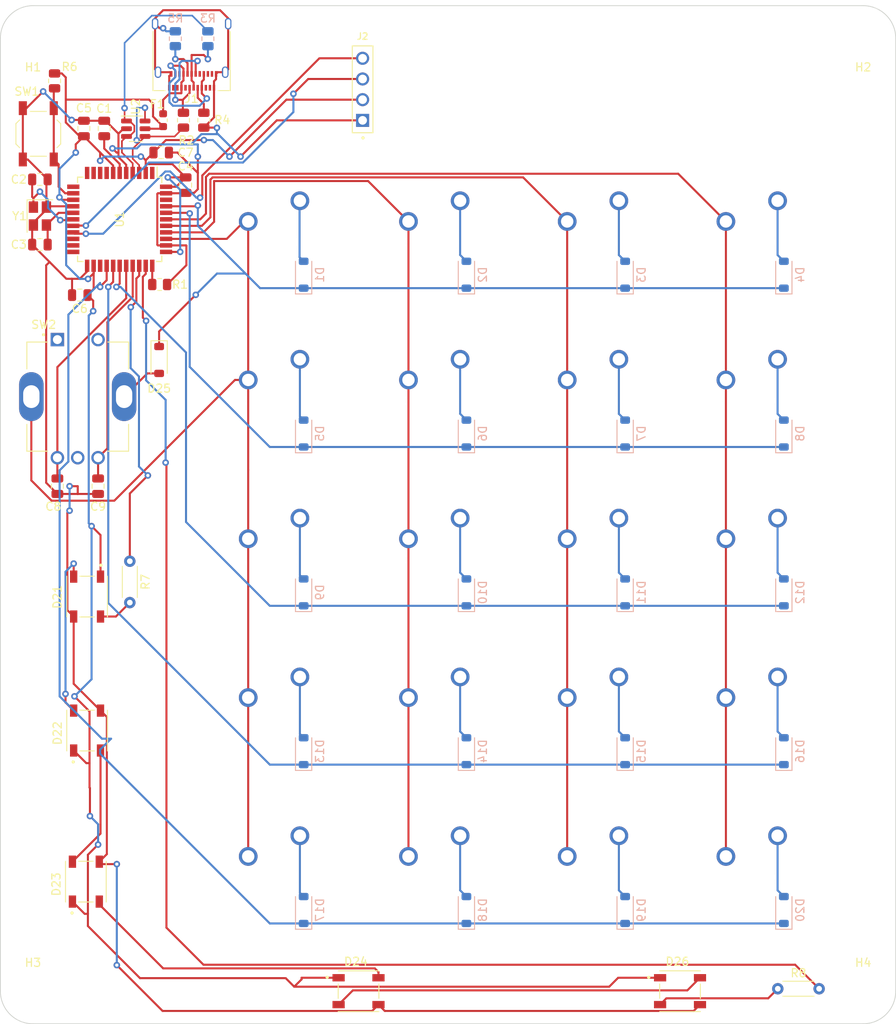
<source format=kicad_pcb>
(kicad_pcb (version 20221018) (generator pcbnew)
  (layers (0 "F.Cu" signal) (31 "B.Cu" signal) (34 "B.Paste" user) (35 "F.Paste" user) (36 "B.SilkS" user "B.Silkscreen") (37 "F.SilkS" user "F.Silkscreen") (38 "B.Mask" user) (39 "F.Mask" user) (44 "Edge.Cuts" user))
  (net 0 "")
  (net 2 "+5V")
  (net 3 "Net-(U1-UCAP)")
  (net 4 "XTAL1")
  (net 5 "GND")
  (net 6 "XTAL2")
  (net 7 "OUT0")
  (net 13 "Net-(J1-CC1)")
  (net 14 "Net-(J1-D+-PadA6)")
  (net 15 "Net-(J1-D--PadA7)")
  (net 16 "OUT1")
  (net 17 "Net-(D25-A)")
  (net 22 "Net-(D1-A)")
  (net 23 "Net-(D2-A)")
  (net 24 "Net-(D3-A)")
  (net 25 "SCL")
  (net 26 "SDA")
  (net 27 "Net-(U1-~{HWB}{slash}PE2)")
  (net 28 "Net-(D4-A)")
  (net 29 "ROW1")
  (net 30 "Net-(D5-A)")
  (net 31 "Net-(D6-A)")
  (net 32 "Net-(D7-A)")
  (net 33 "Net-(D8-A)")
  (net 36 "Net-(J1-CC2)")
  (net 38 "ROW2")
  (net 39 "DD-")
  (net 40 "DD+")
  (net 41 "Net-(U1-~{RESET})")
  (net 42 "Net-(D9-A)")
  (net 43 "Net-(D10-A)")
  (net 44 "Net-(D11-A)")
  (net 45 "Net-(D12-A)")
  (net 46 "ROW3")
  (net 47 "Net-(D13-A)")
  (net 48 "Net-(D14-A)")
  (net 49 "Net-(D15-A)")
  (net 50 "Net-(D16-A)")
  (net 51 "ROW4")
  (net 52 "Net-(D17-A)")
  (net 53 "Net-(D18-A)")
  (net 54 "Net-(D19-A)")
  (net 55 "Net-(D20-A)")
  (net 56 "Net-(F1-Pad1)")
  (net 57 "COL0")
  (net 58 "COL1")
  (net 59 "COL2")
  (net 60 "COL3")
  (net 61 "ROW0")
  (net 62 "Net-(D21-DOUT)")
  (net 63 "Net-(D21-DIN)")
  (net 64 "Net-(D22-DOUT)")
  (net 65 "Net-(D23-DOUT)")
  (net 66 "Net-(D24-DOUT)")
  (net 67 "DIN")
  (net 68 "DOUT")
  (net 69 "Net-(D26-DOUT)")
  (footprint "marbastlib-mx:SW_MX_1u" (layer "F.Cu") (at 140.9446 136.9932)
    (fp_text reference "MX19" hide)
    (fp_text value "MX_SW_solder" hide)
  )
  (footprint "marbastlib-mx:SW_MX_1u" (layer "F.Cu") (at 160.4446 97.9932)
    (fp_text reference "MX12" hide)
    (fp_text value "MX_SW_solder" hide)
  )
  (footprint "Package_QFP:TQFP-44_10x10mm_P0.8mm" (layer "F.Cu") (at 82.1546 56.2332 -90)
    (fp_text reference "U1")
    (fp_text value "ATmega32U4-A" hide)
  )
  (footprint "marbastlib-mx:SW_MX_1u" (layer "F.Cu") (at 160.4446 136.9932)
    (fp_text reference "MX20" hide)
    (fp_text value "MX_SW_solder" hide)
  )
  (footprint "Diode_SMD:D_SOD-123" (layer "F.Cu") (at 87 73.5 -90)
    (fp_text reference "D25")
    (fp_text value "D_Small")
  )
  (footprint "ADA1655 - RGB LED:LED_ADA1655" (layer "F.Cu") (at 78.15 119 90)
    (fp_text reference "D22")
    (fp_text value "ADA1655")
  )
  (footprint "Resistor_SMD:R_0805_2012Metric" (layer "F.Cu") (at 74.1546 39.2332 -90)
    (fp_text reference "R6")
    (fp_text value "10k" hide)
  )
  (footprint "MountingHole:MountingHole_2.5mm" (layer "F.Cu") (at 173.5 34)
    (fp_text reference "H2")
    (fp_text value "MountingHole" hide)
  )
  (footprint "Capacitor_SMD:C_0805_2012Metric" (layer "F.Cu") (at 74.5 89 -90)
    (fp_text reference "C8")
    (fp_text value "0.1uF")
  )
  (footprint "MountingHole:MountingHole_2.5mm" (layer "F.Cu") (at 173.5 151)
    (fp_text reference "H4")
    (fp_text value "MountingHole" hide)
  )
  (footprint "marbastlib-mx:SW_MX_1u" (layer "F.Cu") (at 140.9446 59.0332)
    (fp_text reference "MX3" hide)
    (fp_text value "MX_SW_solder" hide)
  )
  (footprint "Package_TO_SOT_SMD:SOT-23-6" (layer "F.Cu") (at 84.129447 45.1082)
    (fp_text reference "U2")
    (fp_text value "SRV05-4" hide)
  )
  (footprint "Fuse:Fuse_0603_1608Metric" (layer "F.Cu") (at 87.491947 44.0582 -90)
    (fp_text reference "F1")
    (fp_text value "0.467.750NRHF" hide)
  )
  (footprint "marbastlib-mx:SW_MX_1u" (layer "F.Cu") (at 121.4446 59.0332)
    (fp_text reference "MX2" hide)
    (fp_text value "MX_SW_solder" hide)
  )
  (footprint "ADA1655 - RGB LED:LED_ADA1655" (layer "F.Cu") (at 78.15 102.55 -90)
    (fp_text reference "D21")
    (fp_text value "ADA1655")
  )
  (footprint "ADA1655 - RGB LED:LED_ADA1655" (layer "F.Cu") (at 78 137.55 90)
    (fp_text reference "D23")
    (fp_text value "ADA1655")
  )
  (footprint "marbastlib-mx:SW_MX_1u" (layer "F.Cu") (at 160.4446 117.4932)
    (fp_text reference "MX16" hide)
    (fp_text value "MX_SW_solder" hide)
  )
  (footprint "marbastlib-mx:SW_MX_1u" (layer "F.Cu") (at 121.4446 97.9932)
    (fp_text reference "MX10" hide)
    (fp_text value "MX_SW_solder" hide)
  )
  (footprint "marbastlib-mx:SW_MX_1u" (layer "F.Cu") (at 101.7546 117.4932)
    (fp_text reference "MX13" hide)
    (fp_text value "MX_SW_solder" hide)
  )
  (footprint "Resistor_THT:R_Axial_DIN0204_L3.6mm_D1.6mm_P5.08mm_Horizontal" (layer "F.Cu") (at 163.01 150.7)
    (fp_text reference "R8")
    (fp_text value "500")
  )
  (footprint "MountingHole:MountingHole_2.5mm" (layer "F.Cu") (at 71.5 151)
    (fp_text reference "H3")
    (fp_text value "MountingHole" hide)
  )
  (footprint "PEC11R-4215F-S0024 - Rotary Encoder 5 Pin:XDCR_PEC11R-4215F-S0024" (layer "F.Cu") (at 77 78)
    (fp_text reference "SW2")
    (fp_text value "RotaryEncoder_Switch" hide)
  )
  (footprint "Crystal:Crystal_SMD_SeikoEpson_TSX3225-4Pin_3.2x2.5mm" (layer "F.Cu") (at 72.3546 55.8332 -90)
    (fp_text reference "Y1")
    (fp_text value "Crystal_GND24" hide)
  )
  (footprint "marbastlib-mx:SW_MX_1u" (layer "F.Cu") (at 140.9446 97.9932)
    (fp_text reference "MX11" hide)
    (fp_text value "MX_SW_solder" hide)
  )
  (footprint "Resistor_SMD:R_0805_2012Metric" (layer "F.Cu") (at 89.991947 44.0582 -90)
    (fp_text reference "R2")
    (fp_text value "22" hide)
  )
  (footprint "Capacitor_SMD:C_0805_2012Metric" (layer "F.Cu") (at 87.2546 48.0332)
    (fp_text reference "C7")
    (fp_text value "10uF" hide)
  )
  (footprint "marbastlib-mx:SW_MX_1u" (layer "F.Cu") (at 101.7546 78.4932)
    (fp_text reference "MX5" hide)
    (fp_text value "MX_SW_solder" hide)
  )
  (footprint "marbastlib-mx:SW_MX_1u" (layer "F.Cu") (at 101.7546 97.9932)
    (fp_text reference "MX9" hide)
    (fp_text value "MX_SW_solder" hide)
  )
  (footprint "Capacitor_SMD:C_0805_2012Metric" (layer "F.Cu") (at 80.2546 45.0782 90)
    (fp_text reference "C1")
    (fp_text value "1uF" hide)
  )
  (footprint "Capacitor_SMD:C_0805_2012Metric" (layer "F.Cu") (at 77.7546 45.0782 90)
    (fp_text reference "C5")
    (fp_text value "0.1uF" hide)
  )
  (footprint "marbastlib-mx:SW_MX_1u" (layer "F.Cu") (at 121.4446 78.4932)
    (fp_text reference "MX6" hide)
    (fp_text value "MX_SW_solder" hide)
  )
  (footprint "ADA1655 - RGB LED:LED_ADA1655" (layer "F.Cu") (at 111.5 151)
    (fp_text reference "D24")
    (fp_text value "ADA1655")
  )
  (footprint "PPTC041LFBN-RC - 1x4 Female Header:SULLINS_PPTC041LFBN-RC" (layer "F.Cu") (at 112 40.27 90)
    (fp_text reference "J2")
    (fp_text value "Conn_01x04_Socket")
  )
  (footprint "Capacitor_SMD:C_0805_2012Metric" (layer "F.Cu") (at 90.2546 52.0332 -90)
    (fp_text reference "C4")
    (fp_text value "0.1uF" hide)
  )
  (footprint "Resistor_SMD:R_0805_2012Metric" (layer "F.Cu") (at 92.491947 44.0582 90)
    (fp_text reference "R4")
    (fp_text value "5k1" hide)
  )
  (footprint "Capacitor_SMD:C_0805_2012Metric" (layer "F.Cu") (at 77.2546 65.5332 180)
    (fp_text reference "C6")
    (fp_text value "0.1uF" hide)
  )
  (footprint "Capacitor_SMD:C_0805_2012Metric" (layer "F.Cu") (at 72.3546 51.3332)
    (fp_text reference "C2")
    (fp_text value "22pF" hide)
  )
  (footprint "marbastlib-mx:SW_MX_1u" (layer "F.Cu") (at 160.4446 78.4932)
    (fp_text reference "MX8" hide)
    (fp_text value "MX_SW_solder" hide)
  )
  (footprint "marbastlib-mx:SW_MX_1u" (layer "F.Cu") (at 121.4446 136.9932)
    (fp_text reference "MX18" hide)
    (fp_text value "MX_SW_solder" hide)
  )
  (footprint "marbastlib-mx:SW_MX_1u" (layer "F.Cu") (at 101.7546 59.0332)
    (fp_text reference "MX1" hide)
    (fp_text value "MX_SW_solder" hide)
  )
  (footprint "marbastlib-mx:SW_MX_1u" (layer "F.Cu") (at 121.4446 117.4932)
    (fp_text reference "MX14" hide)
    (fp_text value "MX_SW_solder" hide)
  )
  (footprint "Connector_USB:USB_C_Receptacle_Amphenol_12401610E4-2A" (layer "F.Cu") (at 90.991947 35.0582 180)
    (fp_text reference "J1")
    (fp_text value "USB_C_Receptacle")
  )
  (footprint "Resistor_THT:R_Axial_DIN0204_L3.6mm_D1.6mm_P5.08mm_Horizontal" (layer "F.Cu") (at 83.4 98.21 -90)
    (fp_text reference "R7")
    (fp_text value "500")
  )
  (footprint "Capacitor_SMD:C_0805_2012Metric" (layer "F.Cu") (at 79.5 89 90)
    (fp_text reference "C9")
    (fp_text value "0.1uF")
  )
  (footprint "marbastlib-mx:SW_MX_1u" (layer "F.Cu") (at 140.9446 117.4932)
    (fp_text reference "MX15" hide)
    (fp_text value "MX_SW_solder" hide)
  )
  (footprint "marbastlib-mx:SW_MX_1u" (layer "F.Cu") (at 101.7546 136.9932)
    (fp_text reference "MX17" hide)
    (fp_text value "MX_SW_solder" hide)
  )
  (footprint "Resistor_SMD:R_0805_2012Metric" (layer "F.Cu") (at 87.0671 64.2332)
    (fp_text reference "R1")
    (fp_text value "10k" hide)
  )
  (footprint "Button_Switch_SMD:SW_SPST_TL3342" (layer "F.Cu") (at 72.1546 45.7332 90)
    (fp_text reference "SW1")
    (fp_text value "SW_Push" hide)
  )
  (footprint "ADA1655 - RGB LED:LED_ADA1655" (layer "F.Cu") (at 151 151)
    (fp_text reference "D26")
    (fp_text value "ADA1655")
  )
  (footprint "marbastlib-mx:SW_MX_1u" (layer "F.Cu") (at 160.4446 59.0332)
    (fp_text reference "MX4" hide)
    (fp_text value "MX_SW_solder" hide)
  )
  (footprint "marbastlib-mx:SW_MX_1u" (layer "F.Cu") (at 140.9446 78.4932)
    (fp_text reference "MX7" hide)
    (fp_text value "MX_SW_solder" hide)
  )
  (footprint "Capacitor_SMD:C_0805_2012Metric" (layer "F.Cu") (at 72.3546 59.3332 180)
    (fp_text reference "C3")
    (fp_text value "22pF" hide)
  )
  (footprint "MountingHole:MountingHole_2.5mm" (layer "F.Cu") (at 71.5 34)
    (fp_text reference "H1")
    (fp_text value "MountingHole" hide)
  )
  (footprint "Diode_SMD:D_SOD-123" (layer "B.Cu") (at 104.7546 102.0332 90)
    (fp_text reference "D9")
    (fp_text value "D_Small")
  )
  (footprint "Diode_SMD:D_SOD-123" (layer "B.Cu") (at 124.7546 121.5332 90)
    (fp_text reference "D14")
    (fp_text value "D_Small")
  )
  (footprint "Diode_SMD:D_SOD-123" (layer "B.Cu") (at 104.7546 141.0332 90)
    (fp_text reference "D17")
    (fp_text value "D_Small")
  )
  (footprint "Diode_SMD:D_SOD-123" (layer "B.Cu") (at 124.7546 82.5332 90)
    (fp_text reference "D6")
    (fp_text value "D_Small")
  )
  (footprint "Resistor_SMD:R_0805_2012Metric" (layer "B.Cu") (at 88.991947 34.0582 90)
    (fp_text reference "R5")
    (fp_text value "5k1")
  )
  (footprint "Resistor_SMD:R_0805_2012Metric" (layer "B.Cu") (at 92.991947 34.0582 90)
    (fp_text reference "R3")
    (fp_text value "22")
  )
  (footprint "Diode_SMD:D_SOD-123" (layer "B.Cu") (at 144.2546 82.5332 90)
    (fp_text reference "D7")
    (fp_text value "D_Small")
  )
  (footprint "Diode_SMD:D_SOD-123" (layer "B.Cu") (at 104.7546 63.0332 90)
    (fp_text reference "D1")
    (fp_text value "D_Small")
  )
  (footprint "Diode_SMD:D_SOD-123" (layer "B.Cu") (at 144.2546 63.0332 90)
    (fp_text reference "D3")
    (fp_text value "D_Small")
  )
  (footprint "Diode_SMD:D_SOD-123" (layer "B.Cu") (at 104.7546 121.5332 90)
    (fp_text reference "D13")
    (fp_text value "D_Small")
  )
  (footprint "Diode_SMD:D_SOD-123" (layer "B.Cu") (at 144.2546 141.0332 90)
    (fp_text reference "D19")
    (fp_text value "D_Small")
  )
  (footprint "Diode_SMD:D_SOD-123" (layer "B.Cu") (at 163.7546 82.5332 90)
    (fp_text reference "D8")
    (fp_text value "D_Small")
  )
  (footprint "Diode_SMD:D_SOD-123" (layer "B.Cu") (at 124.7546 141.0332 90)
    (fp_text reference "D18")
    (fp_text value "D_Small")
  )
  (footprint "Diode_SMD:D_SOD-123" (layer "B.Cu") (at 163.7546 63.0332 90)
    (fp_text reference "D4")
    (fp_text value "D_Small")
  )
  (footprint "Diode_SMD:D_SOD-123" (layer "B.Cu") (at 144.2546 121.5332 90)
    (fp_text reference "D15")
    (fp_text value "D_Small")
  )
  (footprint "Diode_SMD:D_SOD-123" (layer "B.Cu") (at 163.7546 141.0332 90)
    (fp_text reference "D20")
    (fp_text value "D_Small")
  )
  (footprint "Diode_SMD:D_SOD-123" (layer "B.Cu") (at 104.7546 82.5332 90)
    (fp_text reference "D5")
    (fp_text value "D_Small")
  )
  (footprint "Diode_SMD:D_SOD-123" (layer "B.Cu") (at 124.7546 63.0332 90)
    (fp_text reference "D2")
    (fp_text value "D_Small")
  )
  (footprint "Diode_SMD:D_SOD-123" (layer "B.Cu") (at 144.2546 102.0332 90)
    (fp_text reference "D11")
    (fp_text value "D_Small")
  )
  (footprint "Diode_SMD:D_SOD-123" (layer "B.Cu") (at 163.7546 102.0332 90)
    (fp_text reference "D12")
    (fp_text value "D_Small")
  )
  (footprint "Diode_SMD:D_SOD-123" (layer "B.Cu") (at 124.7546 102.0332 90)
    (fp_text reference "D10")
    (fp_text value "D_Small")
  )
  (footprint "Diode_SMD:D_SOD-123" (layer "B.Cu") (at 163.7546 121.5332 90)
    (fp_text reference "D16")
    (fp_text value "D_Small")
  )
  (gr_line (start 71.5 155) (end 173.5 155) (stroke (width 0.1)) (layer "Edge.Cuts"))
  (gr_line (start 177.5 151) (end 177.5 34) (stroke (width 0.1)) (layer "Edge.Cuts"))
  (gr_line (start 67.5 34) (end 67.5 151) (stroke (width 0.1)) (layer "Edge.Cuts"))
  (gr_arc (start 71.5 155) (mid 68.671573 153.828427) (end 67.5 151) (stroke (width 0.1)) (layer "Edge.Cuts"))
  (gr_arc (start 173.5 30) (mid 176.328427 31.171573) (end 177.5 34) (stroke (width 0.1)) (layer "Edge.Cuts"))
  (gr_line (start 173.5 30) (end 71.5 30) (stroke (width 0.1)) (layer "Edge.Cuts"))
  (gr_arc (start 177.5 151) (mid 176.328427 153.828427) (end 173.5 155) (stroke (width 0.1)) (layer "Edge.Cuts"))
  (gr_arc (start 67.5 34) (mid 68.671573 31.171573) (end 71.5 30) (stroke (width 0.1)) (layer "Edge.Cuts"))
  (segment (start 102.636002 41.54) (end 112 41.54) (width 0.25) (layer "F.Cu") (net 2))
  (segment (start 78.45 116.65) (end 76.6 114.8) (width 0.25) (layer "F.Cu") (net 2))
  (segment (start 79.7571 48.0307) (end 81.3546 49.6282) (width 0.25) (layer "F.Cu") (net 2))
  (segment (start 86.2546 42.0332) (end 86.2546 43.608353) (width 0.25) (layer "F.Cu") (net 2))
  (segment (start 77.224295 46.0282) (end 75.5296 44.333505) (width 0.25) (layer "F.Cu") (net 2))
  (segment (start 79.7546 49.0332) (end 79.7546 48.0332) (width 0.25) (layer "F.Cu") (net 2))
  (segment (start 102.636002 41.54) (end 95.642302 48.5337) (width 0.25) (layer "F.Cu") (net 2))
  (segment (start 142.3 150.45) (end 143.4 149.35) (width 0.25) (layer "F.Cu") (net 2))
  (segment (start 90.2546 51.0832) (end 88.6296 49.4582) (width 0.25) (layer "F.Cu") (net 2))
  (segment (start 76.7546 47.0282) (end 77.7546 46.0282) (width 0.25) (layer "F.Cu") (net 2))
  (segment (start 78.266899 63.545499) (end 78.9546 62.857798) (width 0.25) (layer "F.Cu") (net 2))
  (segment (start 89.5846 60.2332) (end 89.5906 60.2272) (width 0.25) (layer "F.Cu") (net 2))
  (segment (start 143.4 149.35) (end 148.55 149.35) (width 0.25) (layer "F.Cu") (net 2))
  (segment (start 78.5 129.5) (end 78.5 126.05) (width 0.25) (layer "F.Cu") (net 2))
  (segment (start 76.35 140) (end 77.85 141.5) (width 0.25) (layer "F.Cu") (net 2))
  (segment (start 78.05 123) (end 78.45 123) (width 0.25) (layer "F.Cu") (net 2))
  (segment (start 78.9 67.5) (end 78.9 66.2286) (width 0.25) (layer "F.Cu") (net 2))
  (segment (start 81.3546 49.6282) (end 81.3546 50.5332) (width 0.25) (layer "F.Cu") (net 2))
  (segment (start 77.7546 46.0282) (end 77.224295 46.0282) (width 0.25) (layer "F.Cu") (net 2))
  (segment (start 78.9546 64.7832) (end 78.2046 65.5332) (width 0.25) (layer "F.Cu") (net 2))
  (segment (start 104.5 149.55) (end 103.6 150.45) (width 0.25) (layer "F.Cu") (net 2))
  (segment (start 85.3546 48.9832) (end 85.3546 49.5332) (width 0.25) (layer "F.Cu") (net 2))
  (segment (start 85.4296 49.4582) (end 85.3546 49.5332) (width 0.25) (layer "F.Cu") (net 2))
  (segment (start 88.0666 51.0832) (end 90.2546 51.0832) (width 0.25) (layer "F.Cu") (net 2))
  (segment (start 92.5 46.5) (end 87.8378 46.5) (width 0.25) (layer "F.Cu") (net 2))
  (segment (start 85.266947 45.1082) (end 87.229447 45.1082) (width 0.25) (layer "F.Cu") (net 2))
  (segment (start 78.9546 62.857798) (end 78.9546 61.9332) (width 0.25) (layer "F.Cu") (net 2))
  (segment (start 84.65 149.4) (end 78.25 143) (width 0.25) (layer "F.Cu") (net 2))
  (segment (start 78.25 143) (end 78.25 141.5) (width 0.25) (layer "F.Cu") (net 2))
  (segment (start 75.5296 41.5332) (end 85.7546 41.5332) (width 0.25) (layer "F.Cu") (net 2))
  (segment (start 79.8 95) (end 78.7 93.9) (width 0.25) (layer "F.Cu") (net 2))
  (segment (start 88.6296 49.4582) (end 85.4296 49.4582) (width 0.25) (layer "F.Cu") (net 2))
  (segment (start 78.45 126) (end 78.45 123) (width 0.25) (layer "F.Cu") (net 2))
  (segment (start 79.8 100.1) (end 79.8 95) (width 0.25) (layer "F.Cu") (net 2))
  (segment (start 87.229447 45.1082) (end 87.491947 44.8457) (width 0.25) (layer "F.Cu") (net 2))
  (segment (start 76.7546 48.0332) (end 76.7546 47.0282) (width 0.25) (layer "F.Cu") (net 2))
  (segment (start 77.85 141.5) (end 78.25 141.5) (width 0.25) (layer "F.Cu") (net 2))
  (segment (start 75.5296 44.333505) (end 75.5296 41.5332) (width 0.25) (layer "F.Cu") (net 2))
  (segment (start 78.9546 61.9332) (end 78.9546 64.7832) (width 0.25) (layer "F.Cu") (net 2))
  (segment (start 104.5 149.35) (end 109.05 149.35) (width 0.25) (layer "F.Cu") (net 2))
  (segment (start 85.7546 41.5332) (end 86.2546 42.0332) (width 0.25) (layer "F.Cu") (net 2))
  (segment (start 87.8546 60.2332) (end 89.5846 60.2332) (width 0.25) (layer "F.Cu") (net 2))
  (segment (start 87.8546 52.2332) (end 89.1046 52.2332) (width 0.25) (layer "F.Cu") (net 2))
  (segment (start 102.55 149.4) (end 103.6 150.45) (width 0.25) (layer "F.Cu") (net 2))
  (segment (start 79.7546 48.0332) (end 79.7571 48.0307) (width 0.25) (layer "F.Cu") (net 2))
  (segment (start 75.5296 41.5332) (end 75.5296 38.8082) (width 0.25) (layer "F.Cu") (net 2))
  (segment (start 75.0546 53.8332) (end 74.7546 53.5332) (width 0.25) (layer "F.Cu") (net 2))
  (segment (start 104.5 149.35) (end 104.5 149.55) (width 0.25) (layer "F.Cu") (net 2))
  (segment (start 78.25 134.25) (end 79.5 133) (width 0.25) (layer "F.Cu") (net 2))
  (segment (start 103.6 150.45) (end 142.3 150.45) (width 0.25) (layer "F.Cu") (net 2))
  (segment (start 78.25 141.5) (end 78.25 134.25) (width 0.25) (layer "F.Cu") (net 2))
  (segment (start 76.5 121.45) (end 78.05 123) (width 0.25) (layer "F.Cu") (net 2))
  (segment (start 85.3546 49.5332) (end 85.3546 50.5332) (width 0.25) (layer "F.Cu") (net 2))
  (segment (start 76.4546 53.8332) (end 75.0546 53.8332) (width 0.25) (layer "F.Cu") (net 2))
  (segment (start 86.2546 43.608353) (end 87.491947 44.8457) (width 0.25) (layer "F.Cu") (net 2))
  (segment (start 75.0421 38.3207) (end 74.1546 38.3207) (width 0.25) (layer "F.Cu") (net 2))
  (segment (start 102.55 149.4) (end 84.65 149.4) (width 0.25) (layer "F.Cu") (net 2))
  (segment (start 84.9046 48.5332) (end 84.7546 48.5332) (width 0.25) (layer "F.Cu") (net 2))
  (segment (start 87.8378 46.5) (end 86.3046 48.0332) (width 0.25) (layer "F.Cu") (net 2))
  (segment (start 78.5 126.05) (end 78.45 126) (width 0.25) (layer "F.Cu") (net 2))
  (segment (start 75.5296 38.8082) (end 75.0421 38.3207) (width 0.25) (layer "F.Cu") (net 2))
  (segment (start 85.3546 48.9832) (end 84.9046 48.5332) (width 0.25) (layer "F.Cu") (net 2))
  (segment (start 89.1046 52.2332) (end 90.2546 51.0832) (width 0.25) (layer "F.Cu") (net 2))
  (segment (start 78.9 66.2286) (end 78.2046 65.5332) (width 0.25) (layer "F.Cu") (net 2))
  (segment (start 78.45 123) (end 78.45 116.65) (width 0.25) (layer "F.Cu") (net 2))
  (segment (start 77.7546 46.0282) (end 79.7571 48.0307) (width 0.25) (layer "F.Cu") (net 2))
  (segment (start 86.3046 48.0332) (end 85.3546 48.9832) (width 0.25) (layer "F.Cu") (net 2))
  (via (at 79.5 133) (size 0.8) (drill 0.4) (layers "F.Cu" "B.Cu") (net 2))
  (via (at 76.6 114.8) (size 0.8) (drill 0.4) (layers "F.Cu" "B.Cu") (net 2))
  (via (at 76.7546 48.0332) (size 0.8) (drill 0.4) (layers "F.Cu" "B.Cu") (net 2))
  (via (at 84.7546 48.5332) (size 0.8) (drill 0.4) (layers "F.Cu" "B.Cu") (net 2))
  (via (at 78.7 93.9) (size 0.8) (drill 0.4) (layers "F.Cu" "B.Cu") (net 2))
  (via (at 74.7546 53.5332) (size 0.8) (drill 0.4) (layers "F.Cu" "B.Cu") (net 2))
  (via (at 89.5906 60.2272) (size 0.8) (drill 0.4) (layers "F.Cu" "B.Cu") (net 2))
  (via (at 79.7546 49.0332) (size 0.8) (drill 0.4) (layers "F.Cu" "B.Cu") (net 2))
  (via (at 78.5 129.5) (size 0.8) (drill 0.4) (layers "F.Cu" "B.Cu") (net 2))
  (via (at 88.0666 51.0832) (size 0.8) (drill 0.4) (layers "F.Cu" "B.Cu") (net 2))
  (via (at 78.9 67.5) (size 0.8) (drill 0.4) (layers "F.Cu" "B.Cu") (net 2))
  (via (at 95.642302 48.5337) (size 0.8) (drill 0.4) (layers "F.Cu" "B.Cu") (net 2))
  (via (at 92.5 46.5) (size 0.8) (drill 0.4) (layers "F.Cu" "B.Cu") (net 2))
  (via (at 78.266899 63.545499) (size 0.8) (drill 0.4) (layers "F.Cu" "B.Cu") (net 2))
  (segment (start 89.5906 52.6072) (end 88.0666 51.0832) (width 0.25) (layer "B.Cu") (net 2))
  (segment (start 79.5 133) (end 79.5 130.5) (width 0.25) (layer "B.Cu") (net 2))
  (segment (start 78.35 68.05) (end 78.9 67.5) (width 0.25) (layer "B.Cu") (net 2))
  (segment (start 74.7546 53.5332) (end 75.5796 54.3582) (width 0.25) (layer "B.Cu") (net 2))
  (segment (start 89.5906 60.2272) (end 89.5906 52.6072) (width 0.25) (layer "B.Cu") (net 2))
  (segment (start 80.2546 48.5332) (end 79.7546 49.0332) (width 0.25) (layer "B.Cu") (net 2))
  (segment (start 75.5796 61.8582) (end 76.7546 63.0332) (width 0.25) (layer "B.Cu") (net 2))
  (segment (start 79.5 130.5) (end 78.5 129.5) (width 0.25) (layer "B.Cu") (net 2))
  (segment (start 78.35 93.55) (end 78.35 68.05) (width 0.25) (layer "B.Cu") (net 2))
  (segment (start 95.642302 48.5337) (end 93.608602 46.5) (width 0.25) (layer "B.Cu") (net 2))
  (segment (start 78.7 93.9) (end 78.35 93.55) (width 0.25) (layer "B.Cu") (net 2))
  (segment (start 76.6 114.8) (end 78.7 112.7) (width 0.25) (layer "B.Cu") (net 2))
  (segment (start 77.266899 63.545499) (end 78.266899 63.545499) (width 0.25) (layer "B.Cu") (net 2))
  (segment (start 78.7 112.7) (end 78.7 93.9) (width 0.25) (layer "B.Cu") (net 2))
  (segment (start 93.608602 46.5) (end 92.5 46.5) (width 0.25) (layer "B.Cu") (net 2))
  (segment (start 76.7546 63.0332) (end 77.266899 63.545499) (width 0.25) (layer "B.Cu") (net 2))
  (segment (start 74.7546 53.5332) (end 74.7546 50.0332) (width 0.25) (layer "B.Cu") (net 2))
  (segment (start 74.7546 50.0332) (end 76.7546 48.0332) (width 0.25) (layer "B.Cu") (net 2))
  (segment (start 84.7546 48.5332) (end 80.2546 48.5332) (width 0.25) (layer "B.Cu") (net 2))
  (segment (start 75.5796 54.3582) (end 75.5796 61.8582) (width 0.25) (layer "B.Cu") (net 2))
  (segment (start 80.2546 47.5332) (end 82.1546 49.4332) (width 0.25) (layer "F.Cu") (net 3))
  (segment (start 82.1546 49.4332) (end 82.1546 50.5332) (width 0.25) (layer "F.Cu") (net 3))
  (segment (start 80.2546 46.0282) (end 80.2546 47.5332) (width 0.25) (layer "F.Cu") (net 3))
  (segment (start 74.8546 56.3332) (end 76.3546 56.3332) (width 0.25) (layer "F.Cu") (net 4))
  (segment (start 71.5546 54.7332) (end 71.5546 53.6332) (width 0.25) (layer "F.Cu") (net 4))
  (segment (start 71.4046 51.3332) (end 71.4046 53.4832) (width 0.25) (layer "F.Cu") (net 4))
  (segment (start 71.4046 53.4832) (end 71.5546 53.6332) (width 0.25) (layer "F.Cu") (net 4))
  (segment (start 76.3546 56.3332) (end 76.4546 56.2332) (width 0.25) (layer "F.Cu") (net 4))
  (segment (start 71.5546 53.6332) (end 72.3546 52.8332) (width 0.25) (layer "F.Cu") (net 4))
  (via (at 72.3546 52.8332) (size 0.8) (drill 0.4) (layers "F.Cu" "B.Cu") (net 4))
  (via (at 74.8546 56.3332) (size 0.8) (drill 0.4) (layers "F.Cu" "B.Cu") (net 4))
  (segment (start 73.3546 54.8332) (end 74.8546 56.3332) (width 0.25) (layer "B.Cu") (net 4))
  (segment (start 72.3546 52.8332) (end 73.3546 53.8332) (width 0.25) (layer "B.Cu") (net 4))
  (segment (start 73.3546 53.8332) (end 73.3546 54.8332) (width 0.25) (layer "B.Cu") (net 4))
  (segment (start 78.1546 62.6332) (end 78.1546 61.9332) (width 0.25) (layer "F.Cu") (net 5))
  (segment (start 79.5 89.95) (end 77 89.95) (width 0.25) (layer "F.Cu") (net 5))
  (segment (start 86.501947 31.5482) (end 87.491947 30.5582) (width 0.25) (layer "F.Cu") (net 5))
  (segment (start 88.2046 48.0332) (end 89.2546 48.0332) (width 0.25) (layer "F.Cu") (net 5))
  (segment (start 77 89.95) (end 74.5 89.95) (width 0.25) (layer "F.Cu") (net 5))
  (segment (start 86.501947 37.8082) (end 86.861947 38.1682) (width 0.25) (layer "F.Cu") (net 5))
  (segment (start 86.501947 32.2182) (end 86.501947 31.5482) (width 0.25) (layer "F.Cu") (net 5))
  (segment (start 71.5546 56.6332) (end 71.5546 56.9332) (width 0.25) (layer "F.Cu") (net 5))
  (segment (start 82.004447 45.711449) (end 82.004447 48.0332) (width 0.25) (layer "F.Cu") (net 5))
  (segment (start 88.241947 38.6282) (end 88.241947 40.0782) (width 0.25) (layer "F.Cu") (net 5))
  (segment (start 73.3046 51.3332) (end 73.1546 51.4832) (width 0.25) (layer "F.Cu") (net 5))
  (segment (start 70.8546 48.8832) (end 70.2546 48.8832) (width 0.25) (layer "F.Cu") (net 5))
  (segment (start 77 89) (end 77 89.95) (width 0.25) (layer "F.Cu") (net 5))
  (segment (start 93.741947 43.7207) (end 92.491947 44.9707) (width 0.25) (layer "F.Cu") (net 5))
  (segment (start 77.7546 44.1282) (end 80.2546 44.1282) (width 0.25) (layer "F.Cu") (net 5))
  (segment (start 76.5 105) (end 76.5 113.25) (width 0.25) (layer "F.Cu") (net 5))
  (segment (start 95.481947 32.2182) (end 95.481947 37.8082) (width 0.25) (layer "F.Cu") (net 5))
  (segment (start 90.2046 53.0332) (end 90.2546 52.9832) (width 0.25) (layer "F.Cu") (net 5))
  (segment (start 95.481947 37.8082) (end 95.121947 38.1682) (width 0.25) (layer "F.Cu") (net 5))
  (segment (start 75.725 104.225) (end 75.725 92.275) (width 0.25) (layer "F.Cu") (net 5))
  (segment (start 73.5357 61.4643) (end 73.125 61.875) (width 0.25) (layer "F.Cu") (net 5))
  (segment (start 79.65 135.1) (end 80.575 134.175) (width 0.25) (layer "F.Cu") (net 5))
  (segment (start 89.2546 48.0332) (end 91.7546 50.5332) (width 0.25) (layer "F.Cu") (net 5))
  (segment (start 86.501947 32.2182) (end 86.501947 37.8082) (width 0.25) (layer "F.Cu") (net 5))
  (segment (start 90.3526 61.8602) (end 87.9796 64.2332) (width 0.25) (layer "F.Cu") (net 5))
  (segment (start 76.3046 65.5332) (end 76.3046 63.5832) (width 0.25) (layer "F.Cu") (net 5))
  (segment (start 91.7546 48.5332) (end 91.7546 50.5332) (width 0.25) (layer "F.Cu") (net 5))
  (segment (start 73.125 61.875) (end 73.125 88.575) (width 0.25) (layer "F.Cu") (net 5))
  (segment (start 80.575 117.325) (end 79.8 116.55) (width 0.25) (layer "F.Cu") (net 5))
  (segment (start 70.2546 42.5832) (end 70.2546 48.8832) (width 0.25) (layer "F.Cu") (net 5))
  (segment (start 94.0707 44.9707) (end 94.1 45) (width 0.25) (layer "F.Cu") (net 5))
  (segment (start 75.725 92.275) (end 76 92) (width 0.25) (layer "F.Cu") (net 5))
  (segment (start 152.675 153.425) (end 114.725 153.425) (width 0.25) (layer "F.Cu") (net 5))
  (segment (start 73.125 88.575) (end 74.5 89.95) (width 0.25) (layer "F.Cu") (net 5))
  (segment (start 76.5 105) (end 75.725 104.225) (width 0.25) (layer "F.Cu") (net 5))
  (segment (start 91.3046 52.9832) (end 90.2546 52.9832) (width 0.25) (layer "F.Cu") (net 5))
  (segment (start 95.481947 32.2182) (end 95.481947 31.5482) (width 0.25) (layer "F.Cu") (net 5))
  (segment (start 113.175 153.425) (end 87.425 153.425) (width 0.25) (layer "F.Cu") (net 5))
  (segment (start 71.4046 59.3332) (end 71.4046 57.0832) (width 0.25) (layer "F.Cu") (net 5))
  (segment (start 81.779198 48.0332) (end 81.266899 47.520901) (width 0.25) (layer "F.Cu") (net 5))
  (segment (start 95.481947 31.5482) (end 94.491947 30.5582) (width 0.25) (layer "F.Cu") (net 5))
  (segment (start 101.4537 44.08) (end 97 48.5337) (width 0.25) (layer "F.Cu") (net 5))
  (segment (start 73.1546 55.0332) (end 71.5546 56.6332) (width 0.25) (layer "F.Cu") (net 5))
  (segment (start 76.3046 63.5832) (end 76.2546 63.5332) (width 0.25) (layer "F.Cu") (net 5))
  (segment (start 81.8 135.4) (end 79.95 135.4) (width 0.25) (layer "F.Cu") (net 5))
  (segment (start 80.575 134.175) (end 80.575 117.325) (width 0.25) (layer "F.Cu") (net 5))
  (segment (start 101.4537 44.08) (end 112 44.08) (width 0.25) (layer "F.Cu") (net 5))
  (segment (start 77.2546 63.5332) (end 78.1546 62.6332) (width 0.25) (layer "F.Cu") (net 5))
  (segment (start 76.4546 54.6332) (end 73.2546 54.6332) (width 0.25) (layer "F.Cu") (net 5))
  (segment (start 73.2546 54.6332) (end 73.1546 54.7332) (width 0.25) (layer "F.Cu") (net 5))
  (segment (start 73.3046 51.3332) (end 70.8546 48.8832) (width 0.25) (layer "F.Cu") (net 5))
  (segment (start 87.8546 59.4332) (end 90.3206 59.4332) (width 0.25) (layer "F.Cu") (net 5))
  (segment (start 93.741947 40.0782) (end 93.741947 43.7207) (width 0.25) (layer "F.Cu") (net 5))
  (segment (start 113.95 152.65) (end 113.175 153.425) (width 0.25) (layer "F.Cu") (net 5))
  (segment (start 82.004447 48.0332) (end 81.779198 48.0332) (width 0.25) (layer "F.Cu") (net 5))
  (segment (start 86.8546 59.4332) (end 87.8546 59.4332) (width 0.25) (layer "F.Cu") (net 5))
  (segment (start 94.201947 38.1682) (end 93.991947 38.3782) (width 0.25) (layer "F.Cu") (net 5))
  (segment (start 153.45 152.65) (end 152.675 153.425) (width 0.25) (layer "F.Cu") (net 5))
  (segment (start 82.9546 49.5332) (end 82.9546 50.5332) (width 0.25) (layer "F.Cu") (net 5))
  (segment (start 80.2546 44.1282) (end 80.421198 44.1282) (width 0.25) (layer "F.Cu") (net 5))
  (segment (start 87.8546 53.0332) (end 86.8546 53.0332) (width 0.25) (layer "F.Cu") (net 5))
  (segment (start 70.2546 42.5832) (end 70.7046 42.5832) (width 0.25) (layer "F.Cu") (net 5))
  (segment (start 88.281947 38.1682) (end 88.491947 38.3782) (width 0.25) (layer "F.Cu") (net 5))
  (segment (start 79.95 135.4) (end 79.65 135.1) (width 0.25) (layer "F.Cu") (net 5))
  (segment (start 73.1546 54.7332) (end 73.1546 55.0332) (width 0.25) (layer "F.Cu") (net 5))
  (segment (start 114.725 153.425) (end 113.95 152.65) (width 0.25) (layer "F.Cu") (net 5))
  (segment (start 87.491947 32.76445) (end 87.048197 32.76445) (width 0.25) (layer "F.Cu") (net 5))
  (segment (start 95.121947 38.1682) (end 94.201947 38.1682) (width 0.25) (layer "F.Cu") (net 5))
  (segment (start 73.1546 51.4832) (end 73.1546 54.7332) (width 0.25) (layer "F.Cu") (net 5))
  (segment (start 87.425 153.425) (end 81.8 147.8) (width 0.25) (layer "F.Cu") (net 5))
  (segment (start 93.991947 39.028251) (end 93.741947 39.278251) (width 0.25) (layer "F.Cu") (net 5))
  (segment (start 86.861947 38.1682) (end 88.281947 38.1682) (width 0.25) (layer "F.Cu") (net 5))
  (segment (start 76.2546 63.5332) (end 77.2546 63.5332) (width 0.25) (layer "F.Cu") (net 5))
  (segment (start 86.7796 59.3582) (end 86.8546 59.4332) (width 0.25) (layer "F.Cu") (net 5))
  (segment (start 91.7546 50.5332) (end 91.7546 52.5332) (width 0.25) (layer "F.Cu") (net 5))
  (segment (start 90.3526 59.4652) (end 90.3526 61.8602) (width 0.25) (layer "F.Cu") (net 5))
  (segment (start 86.8546 53.0332) (end 86.7796 53.1082) (width 0.25) (layer "F.Cu") (net 5))
  (segment (start 88.491947 38.3782) (end 88.241947 38.6282) (width 0.25) (layer "F.Cu") (net 5))
  (segment (start 82.004447 48.0332) (end 82.004447 48.583047) (width 0.25) (layer "F.Cu") (net 5))
  (segment (start 92.491947 44.9707) (end 94.0707 44.9707) (width 0.25) (layer "F.Cu") (net 5))
  (segment (start 93.741947 39.278251) (end 93.741947 40.0782) (width 0.25) (layer "F.Cu") (net 5))
  (segment (start 87.8546 53.0332) (end 90.2046 53.0332) (width 0.25) (layer "F.Cu") (net 5))
  (segment (start 91.7546 52.5332) (end 91.3046 52.9832) (width 0.25) (layer "F.Cu") (net 5))
  (segment (start 93.991947 39.028251) (end 93.991947 38.3782) (width 0.25) (layer "F.Cu") (net 5))
  (segment (start 71.4046 57.0832) (end 71.5546 56.9332) (width 0.25) (layer "F.Cu") (net 5))
  (segment (start 75.6046 63.5332) (end 76.2546 63.5332) (width 0.25) (layer "F.Cu") (net 5))
  (segment (start 82.004447 48.583047) (end 82.9546 49.5332) (width 0.25) (layer "F.Cu") (net 5))
  (segment (start 76.2546 44.0332) (end 77.6596 44.0332) (width 0.25) (layer "F.Cu") (net 5))
  (segment (start 82.991947 45.1082) (end 82.607696 45.1082) (width 0.25) (layer "F.Cu") (net 5))
  (segment (start 77.6596 44.0332) (end 77.7546 44.1282) (width 0.25) (layer "F.Cu") (net 5))
  (segment (start 76 89) (end 77 89) (width 0.25) (layer "F.Cu") (net 5))
  (segment (start 76.5 113.25) (end 79.8 116.55) (width 0.25) (layer "F.Cu") (net 5))
  (segment (start 71.4046 59.3332) (end 73.5357 61.4643) (width 0.25) (layer "F.Cu") (net 5))
  (segment (start 70.7046 42.5832) (end 72.7546 40.5332) (width 0.25) (layer "F.Cu") (net 5))
  (segment (start 86.7796 53.1082) (end 86.7796 59.3582) (width 0.25) (layer "F.Cu") (net 5))
  (segment (start 73.5357 61.4643) (end 75.6046 63.5332) (width 0.25) (layer "F.Cu") (net 5))
  (segment (start 82.607696 45.1082) (end 82.004447 45.711449) (width 0.25) (layer "F.Cu") (net 5))
  (segment (start 90.3206 59.4332) (end 90.3526 59.4652) (width 0.25) (layer "F.Cu") (net 5))
  (segment (start 80.421198 44.1282) (end 82.004447 45.711449) (width 0.25) (layer "F.Cu") (net 5))
  (segment (start 87.048197 32.76445) (end 86.501947 32.2182) (width 0.25) (layer "F.Cu") (net 5))
  (segment (start 87.491947 30.5582) (end 94.491947 30.5582) (width 0.25) (layer "F.Cu") (net 5))
  (via (at 91.7546 48.5332) (size 0.8) (drill 0.4) (layers "F.Cu" "B.Cu") (net 5))
  (via (at 81.8 147.8) (size 0.8) (drill 0.4) (layers "F.Cu" "B.Cu") (net 5))
  (via (at 87.491947 32.76445) (size 0.8) (drill 0.4) (layers "F.Cu" "B.Cu") (net 5))
  (via (at 97 48.5337) (size 0.8) (drill 0.4) (layers "F.Cu" "B.Cu") (net 5))
  (via (at 76 92) (size 0.8) (drill 0.4) (layers "F.Cu" "B.Cu") (net 5))
  (via (at 76 89) (size 0.8) (drill 0.4) (layers "F.Cu" "B.Cu") (net 5))
  (via (at 72.7546 40.5332) (size 0.8) (drill 0.4) (layers "F.Cu" "B.Cu") (net 5))
  (via (at 76.2546 44.0332) (size 0.8) (drill 0.4) (layers "F.Cu" "B.Cu") (net 5))
  (via (at 94.1 45) (size 0.8) (drill 0.4) (layers "F.Cu" "B.Cu") (net 5))
  (via (at 81.266899 47.520901) (size 0.8) (drill 0.4) (layers "F.Cu" "B.Cu") (net 5))
  (via (at 81.8 135.4) (size 0.8) (drill 0.4) (layers "F.Cu" "B.Cu") (net 5))
  (segment (start 84.266899 47.520901) (end 84.7546 47.0332) (width 0.25) (layer "B.Cu") (net 5))
  (segment (start 81.8 147.8) (end 81.8 135.4) (width 0.25) (layer "B.Cu") (net 5))
  (segment (start 91.7546 47.0332) (end 91.7546 48.5332) (width 0.25) (layer "B.Cu") (net 5))
  (segment (start 76 92) (end 76 89) (width 0.25) (layer "B.Cu") (net 5))
  (segment (start 94.1 45.775) (end 92.199695 45.775) (width 0.25) (layer "B.Cu") (net 5))
  (segment (start 84.7546 47.0332) (end 91 47.0332) (width 0.25) (layer "B.Cu") (net 5))
  (segment (start 91 46.974695) (end 91 47.0332) (width 0.25) (layer "B.Cu") (net 5))
  (segment (start 92.199695 45.775) (end 91 46.974695) (width 0.25) (layer "B.Cu") (net 5))
  (segment (start 87.873197 33.1457) (end 87.491947 32.76445) (width 0.25) (layer "B.Cu") (net 5))
  (segment (start 72.7546 40.5332) (end 76.2546 44.0332) (width 0.25) (layer "B.Cu") (net 5))
  (segment (start 97 48.5337) (end 94.2413 45.775) (width 0.25) (layer "B.Cu") (net 5))
  (segment (start 88.991947 33.1457) (end 87.873197 33.1457) (width 0.25) (layer "B.Cu") (net 5))
  (segment (start 91 47.0332) (end 91.7546 47.0332) (width 0.25) (layer "B.Cu") (net 5))
  (segment (start 94.2413 45.775) (end 94.1 45.775) (width 0.25) (layer "B.Cu") (net 5))
  (segment (start 94.1 45) (end 94.1 45.775) (width 0.25) (layer "B.Cu") (net 5))
  (segment (start 81.266899 47.520901) (end 84.266899 47.520901) (width 0.25) (layer "B.Cu") (net 5))
  (segment (start 73.3046 59.3332) (end 73.3046 57.0832) (width 0.25) (layer "F.Cu") (net 6))
  (segment (start 73.3046 57.0832) (end 73.1546 56.9332) (width 0.25) (layer "F.Cu") (net 6))
  (segment (start 74.6546 55.4332) (end 76.4546 55.4332) (width 0.25) (layer "F.Cu") (net 6))
  (segment (start 73.1546 56.9332) (end 74.6546 55.4332) (width 0.25) (layer "F.Cu") (net 6))
  (segment (start 74.5 74.373654) (end 82.9546 65.919054) (width 0.25) (layer "F.Cu") (net 7))
  (segment (start 74.5 88.05) (end 74.5 85.5) (width 0.25) (layer "F.Cu") (net 7))
  (segment (start 82.9546 65.919054) (end 82.9546 61.9332) (width 0.25) (layer "F.Cu") (net 7))
  (segment (start 74.5 85.5) (end 74.5 74.373654) (width 0.25) (layer "F.Cu") (net 7))
  (segment (start 92.491947 42.0582) (end 91.741947 41.3082) (width 0.25) (layer "F.Cu") (net 13))
  (segment (start 92.491947 43.1457) (end 92.491947 42.0582) (width 0.25) (layer "F.Cu") (net 13))
  (segment (start 91.741947 41.3082) (end 91.741947 40.0782) (width 0.25) (layer "F.Cu") (net 13))
  (segment (start 90.991947 36.0582) (end 90.991947 38.3782) (width 0.25) (layer "F.Cu") (net 14))
  (segment (start 90.991947 39.1782) (end 91.241947 39.4282) (width 0.25) (layer "F.Cu") (net 14))
  (segment (start 92.491947 36.0582) (end 90.991947 36.0582) (width 0.25) (layer "F.Cu") (net 14))
  (segment (start 90.991947 38.3782) (end 90.991947 39.1782) (width 0.25) (layer "F.Cu") (net 14))
  (segment (start 91.241947 39.4282) (end 91.241947 40.0782) (width 0.25) (layer "F.Cu") (net 14))
  (segment (start 92.991947 36.5582) (end 92.491947 36.0582) (width 0.25) (layer "F.Cu") (net 14))
  (via (at 92.991947 36.5582) (size 0.8) (drill 0.4) (layers "F.Cu" "B.Cu") (net 14))
  (segment (start 92.991947 34.9707) (end 92.991947 36.5582) (width 0.25) (layer "B.Cu") (net 14))
  (segment (start 89.911947 41.5582) (end 90.741947 40.7282) (width 0.25) (layer "F.Cu") (net 15))
  (segment (start 91.491947 37.0072) (end 91.491947 38.3782) (width 0.25) (layer "F.Cu") (net 15))
  (segment (start 89.911947 43.0657) (end 89.991947 43.1457) (width 0.25) (layer "F.Cu") (net 15))
  (segment (start 90.741947 40.7282) (end 90.741947 40.0782) (width 0.25) (layer "F.Cu") (net 15))
  (segment (start 88.991947 41.5582) (end 89.911947 41.5582) (width 0.25) (layer "F.Cu") (net 15))
  (segment (start 89.911947 41.5582) (end 89.911947 43.0657) (width 0.25) (layer "F.Cu") (net 15))
  (segment (start 91.716447 36.7827) (end 91.491947 37.0072) (width 0.25) (layer "F.Cu") (net 15))
  (via (at 88.991947 41.5582) (size 0.8) (drill 0.4) (layers "F.Cu" "B.Cu") (net 15))
  (via (at 91.716447 36.7827) (size 0.8) (drill 0.4) (layers "F.Cu" "B.Cu") (net 15))
  (segment (start 88.991947 39.5582) (end 88.991947 41.0582) (width 0.25) (layer "B.Cu") (net 15))
  (segment (start 89.792752 36.7827) (end 89.504599 37.070853) (width 0.25) (layer "B.Cu") (net 15))
  (segment (start 88.991947 41.0582) (end 88.991947 41.5582) (width 0.25) (layer "B.Cu") (net 15))
  (segment (start 89.504599 39.045548) (end 88.991947 39.5582) (width 0.25) (layer "B.Cu") (net 15))
  (segment (start 89.504599 37.070853) (end 89.504599 39.045548) (width 0.25) (layer "B.Cu") (net 15))
  (segment (start 91.716447 36.7827) (end 89.792752 36.7827) (width 0.25) (layer "B.Cu") (net 15))
  (segment (start 83.7546 65.75545) (end 83.7546 61.9332) (width 0.25) (layer "F.Cu") (net 16))
  (segment (start 80.65 68.86005) (end 83.7546 65.75545) (width 0.25) (layer "F.Cu") (net 16))
  (segment (start 80.65 84.35) (end 80.65 68.86005) (width 0.25) (layer "F.Cu") (net 16))
  (segment (start 79.5 85.5) (end 80.65 84.35) (width 0.25) (layer "F.Cu") (net 16))
  (segment (start 79.5 88.05) (end 79.5 85.5) (width 0.25) (layer "F.Cu") (net 16))
  (segment (start 87 75.15) (end 85.55 75.15) (width 0.25) (layer "F.Cu") (net 17))
  (segment (start 85.55 75.15) (end 82.7 78) (width 0.25) (layer "F.Cu") (net 17))
  (segment (start 104.2946 53.9932) (end 104.2546 54.0332) (width 0.25) (layer "B.Cu") (net 22))
  (segment (start 104.2546 60.8832) (end 104.7546 61.3832) (width 0.25) (layer "B.Cu") (net 22))
  (segment (start 104.2546 54.0332) (end 104.2546 60.8832) (width 0.25) (layer "B.Cu") (net 22))
  (segment (start 104.2946 53.9532) (end 104.2946 53.9932) (width 0.25) (layer "B.Cu") (net 22))
  (segment (start 123.9846 60.6132) (end 124.7546 61.3832) (width 0.25) (layer "B.Cu") (net 23))
  (segment (start 123.9846 53.9532) (end 123.9846 60.6132) (width 0.25) (layer "B.Cu") (net 23))
  (segment (start 143.4846 53.9532) (end 143.4846 60.6132) (width 0.25) (layer "B.Cu") (net 24))
  (segment (start 143.4846 60.6132) (end 144.2546 61.3832) (width 0.25) (layer "B.Cu") (net 24))
  (segment (start 112 39) (end 105.3155 39) (width 0.25) (layer "F.Cu") (net 25))
  (segment (start 76.4878 57) (end 76.4546 57.0332) (width 0.25) (layer "F.Cu") (net 25))
  (segment (start 78 57) (end 76.4878 57) (width 0.25) (layer "F.Cu") (net 25))
  (segment (start 105.3155 39) (end 103.5 40.8155) (width 0.25) (layer "F.Cu") (net 25))
  (via (at 103.5 40.8155) (size 0.8) (drill 0.4) (layers "F.Cu" "B.Cu") (net 25))
  (via (at 78 57) (size 0.8) (drill 0.4) (layers "F.Cu" "B.Cu") (net 25))
  (segment (start 103.5 43.059005) (end 97.300805 49.2582) (width 0.25) (layer "B.Cu") (net 25))
  (segment (start 103.5 40.8155) (end 103.5 43.059005) (width 0.25) (layer "B.Cu") (net 25))
  (segment (start 85.7418 49.2582) (end 78 57) (width 0.25) (layer "B.Cu") (net 25))
  (segment (start 97.300805 49.2582) (end 85.7418 49.2582) (width 0.25) (layer "B.Cu") (net 25))
  (segment (start 106.691404 36.46) (end 112 36.46) (width 0.25) (layer "F.Cu") (net 26))
  (segment (start 92.0301 53.572418) (end 92.3046 53.297918) (width 0.25) (layer "F.Cu") (net 26))
  (segment (start 78 58) (end 76.6214 58) (width 0.25) (layer "F.Cu") (net 26))
  (segment (start 92.3046 53.297918) (end 92.3046 50.846804) (width 0.25) (layer "F.Cu") (net 26))
  (segment (start 92.3046 50.846804) (end 106.691404 36.46) (width 0.25) (layer "F.Cu") (net 26))
  (segment (start 76.6214 58) (end 76.4546 57.8332) (width 0.25) (layer "F.Cu") (net 26))
  (via (at 78 58) (size 0.8) (drill 0.4) (layers "F.Cu" "B.Cu") (net 26))
  (via (at 92.0301 53.572418) (size 0.8) (drill 0.4) (layers "F.Cu" "B.Cu") (net 26))
  (segment (start 91.581123 53.572418) (end 88.366905 50.3582) (width 0.25) (layer "B.Cu") (net 26))
  (segment (start 80.124495 58) (end 78 58) (width 0.25) (layer "B.Cu") (net 26))
  (segment (start 88.366905 50.3582) (end 87.766295 50.3582) (width 0.25) (layer "B.Cu") (net 26))
  (segment (start 87.766295 50.3582) (end 80.124495 58) (width 0.25) (layer "B.Cu") (net 26))
  (segment (start 92.0301 53.572418) (end 91.581123 53.572418) (width 0.25) (layer "B.Cu") (net 26))
  (segment (start 86.1546 61.9332) (end 86.1546 64.2332) (width 0.25) (layer "F.Cu") (net 27))
  (segment (start 162.9846 53.9532) (end 162.9846 60.6132) (width 0.25) (layer "B.Cu") (net 28))
  (segment (start 162.9846 60.6132) (end 163.7546 61.3832) (width 0.25) (layer "B.Cu") (net 28))
  (segment (start 90.7546 55.5087) (end 90.6791 55.4332) (width 0.25) (layer "F.Cu") (net 29))
  (segment (start 90.6791 55.4332) (end 87.8546 55.4332) (width 0.25) (layer "F.Cu") (net 29))
  (via (at 90.7546 55.5087) (size 0.8) (drill 0.4) (layers "F.Cu" "B.Cu") (net 29))
  (segment (start 90.7546 74.340967) (end 90.7546 55.5087) (width 0.25) (layer "B.Cu") (net 29))
  (segment (start 104.7546 84.1832) (end 100.596833 84.1832) (width 0.25) (layer "B.Cu") (net 29))
  (segment (start 104.7546 84.1832) (end 163.7546 84.1832) (width 0.25) (layer "B.Cu") (net 29))
  (segment (start 100.596833 84.1832) (end 90.7546 74.340967) (width 0.25) (layer "B.Cu") (net 29))
  (segment (start 104.2946 73.4132) (end 104.2946 80.4232) (width 0.25) (layer "B.Cu") (net 30))
  (segment (start 104.2946 80.4232) (end 104.7546 80.8832) (width 0.25) (layer "B.Cu") (net 30))
  (segment (start 123.9846 73.4132) (end 123.9846 80.1132) (width 0.25) (layer "B.Cu") (net 31))
  (segment (start 123.9846 80.1132) (end 124.7546 80.8832) (width 0.25) (layer "B.Cu") (net 31))
  (segment (start 143.4846 73.4132) (end 143.4846 80.1132) (width 0.25) (layer "B.Cu") (net 32))
  (segment (start 143.4846 80.1132) (end 144.2546 80.8832) (width 0.25) (layer "B.Cu") (net 32))
  (segment (start 162.9846 80.1132) (end 163.7546 80.8832) (width 0.25) (layer "B.Cu") (net 33))
  (segment (start 162.9846 73.4132) (end 162.9846 80.1132) (width 0.25) (layer "B.Cu") (net 33))
  (segment (start 89.991947 36.5582) (end 90.491947 37.0582) (width 0.25) (layer "F.Cu") (net 36))
  (segment (start 88.991947 36.5582) (end 89.991947 36.5582) (width 0.25) (layer "F.Cu") (net 36))
  (segment (start 90.491947 37.0582) (end 90.491947 38.3782) (width 0.25) (layer "F.Cu") (net 36))
  (via (at 88.991947 36.5582) (size 0.8) (drill 0.4) (layers "F.Cu" "B.Cu") (net 36))
  (segment (start 88.991947 34.9707) (end 88.991947 36.5582) (width 0.25) (layer "B.Cu") (net 36))
  (segment (start 81.7546 64.5332) (end 82.1546 64.1332) (width 0.25) (layer "F.Cu") (net 38))
  (segment (start 82.1546 64.1332) (end 82.1546 61.9332) (width 0.25) (layer "F.Cu") (net 38))
  (via (at 81.7546 64.5332) (size 0.8) (drill 0.4) (layers "F.Cu" "B.Cu") (net 38))
  (segment (start 82.258505 64.5332) (end 90.3046 72.579295) (width 0.25) (layer "B.Cu") (net 38))
  (segment (start 81.7546 64.5332) (end 82.258505 64.5332) (width 0.25) (layer "B.Cu") (net 38))
  (segment (start 90.3046 72.579295) (end 90.3046 93.390967) (width 0.25) (layer "B.Cu") (net 38))
  (segment (start 90.3046 93.390967) (end 100.596833 103.6832) (width 0.25) (layer "B.Cu") (net 38))
  (segment (start 104.7546 103.6832) (end 163.7546 103.6832) (width 0.25) (layer "B.Cu") (net 38))
  (segment (start 104.7546 103.6832) (end 100.596833 103.6832) (width 0.25) (layer "B.Cu") (net 38))
  (segment (start 88.904447 46.0582) (end 89.991947 44.9707) (width 0.2) (layer "F.Cu") (net 39))
  (segment (start 85.266947 46.0582) (end 88.904447 46.0582) (width 0.2) (layer "F.Cu") (net 39))
  (segment (start 83.7546 48.792667) (end 84.5546 49.592667) (width 0.2) (layer "F.Cu") (net 39))
  (segment (start 84.242301 46.520901) (end 84.523273 46.801873) (width 0.2) (layer "F.Cu") (net 39))
  (segment (start 84.523273 46.801873) (end 83.7546 47.570547) (width 0.2) (layer "F.Cu") (net 39))
  (segment (start 83.7546 47.570547) (end 83.7546 48.792667) (width 0.2) (layer "F.Cu") (net 39))
  (segment (start 85.266947 44.1582) (end 85.266947 42.545547) (width 0.2) (layer "F.Cu") (net 39))
  (segment (start 84.5546 49.592667) (end 84.5546 50.5332) (width 0.2) (layer "F.Cu") (net 39))
  (segment (start 85.266947 46.0582) (end 84.523273 46.801873) (width 0.2) (layer "F.Cu") (net 39))
  (segment (start 85.266947 42.545547) (end 85.2546 42.5332) (width 0.2) (layer "F.Cu") (net 39))
  (via (at 84.242301 46.520901) (size 0.8) (drill 0.4) (layers "F.Cu" "B.Cu") (net 39))
  (via (at 85.2546 42.5332) (size 0.8) (drill 0.4) (layers "F.Cu" "B.Cu") (net 39))
  (segment (start 84.2546 42.5332) (end 84.2546 46.508602) (width 0.2) (layer "B.Cu") (net 39))
  (segment (start 84.2546 46.508602) (end 84.242301 46.520901) (width 0.2) (layer "B.Cu") (net 39))
  (segment (start 85.2546 42.5332) (end 84.2546 42.5332) (width 0.2) (layer "B.Cu") (net 39))
  (segment (start 82.991947 46.0582) (end 82.429447 46.6207) (width 0.2) (layer "F.Cu") (net 40))
  (segment (start 83.7546 49.358353) (end 83.7546 50.5332) (width 0.2) (layer "F.Cu") (net 40))
  (segment (start 82.429447 48.0332) (end 83.7546 49.358353) (width 0.2) (layer "F.Cu") (net 40))
  (segment (start 83.954447 45.444596) (end 83.340843 46.0582) (width 0.2) (layer "F.Cu") (net 40))
  (segment (start 82.7546 42.5782) (end 82.7546 43.920853) (width 0.2) (layer "F.Cu") (net 40))
  (segment (start 83.954447 44.733047) (end 83.954447 45.444596) (width 0.2) (layer "F.Cu") (net 40))
  (segment (start 83.340843 46.0582) (end 82.991947 46.0582) (width 0.2) (layer "F.Cu") (net 40))
  (segment (start 82.991947 44.1582) (end 83.3796 44.1582) (width 0.2) (layer "F.Cu") (net 40))
  (segment (start 82.7546 43.920853) (end 82.991947 44.1582) (width 0.2) (layer "F.Cu") (net 40))
  (segment (start 82.429447 46.6207) (end 82.429447 48.0332) (width 0.2) (layer "F.Cu") (net 40))
  (segment (start 83.3796 44.1582) (end 83.954447 44.733047) (width 0.2) (layer "F.Cu") (net 40))
  (via (at 82.7546 42.5782) (size 0.8) (drill 0.4) (layers "F.Cu" "B.Cu") (net 40))
  (segment (start 91.064447 31.2182) (end 86.1146 31.2182) (width 0.2) (layer "B.Cu") (net 40))
  (segment (start 92.991947 33.1457) (end 91.064447 31.2182) (width 0.2) (layer "B.Cu") (net 40))
  (segment (start 86.1146 31.2182) (end 82.7546 34.5782) (width 0.2) (layer "B.Cu") (net 40))
  (segment (start 82.7546 34.5782) (end 82.7546 42.5782) (width 0.2) (layer "B.Cu") (net 40))
  (segment (start 74.0546 40.2457) (end 74.1546 40.1457) (width 0.25) (layer "F.Cu") (net 41))
  (segment (start 74.0546 48.8832) (end 74.0546 42.5832) (width 0.25) (layer "F.Cu") (net 41))
  (segment (start 74.0546 42.5832) (end 74.0546 40.2457) (width 0.25) (layer "F.Cu") (net 41))
  (segment (start 74.6546 49.4832) (end 74.0546 48.8832) (width 0.25) (layer "F.Cu") (net 41))
  (segment (start 76.4546 53.0332) (end 75.4546 53.0332) (width 0.25) (layer "F.Cu") (net 41))
  (segment (start 75.4546 53.0332) (end 74.6546 52.2332) (width 0.25) (layer "F.Cu") (net 41))
  (segment (start 74.6546 52.2332) (end 74.6546 49.4832) (width 0.25) (layer "F.Cu") (net 41))
  (segment (start 104.2946 99.9232) (end 104.7546 100.3832) (width 0.25) (layer "B.Cu") (net 42))
  (segment (start 104.2946 92.9132) (end 104.2946 99.9232) (width 0.25) (layer "B.Cu") (net 42))
  (segment (start 123.9846 92.9132) (end 123.9846 99.6132) (width 0.25) (layer "B.Cu") (net 43))
  (segment (start 123.9846 99.6132) (end 124.7546 100.3832) (width 0.25) (layer "B.Cu") (net 43))
  (segment (start 143.4846 92.9132) (end 143.4846 99.6132) (width 0.25) (layer "B.Cu") (net 44))
  (segment (start 143.4846 99.6132) (end 144.2546 100.3832) (width 0.25) (layer "B.Cu") (net 44))
  (segment (start 162.9846 92.9132) (end 162.9846 99.6132) (width 0.25) (layer "B.Cu") (net 45))
  (segment (start 162.9846 99.6132) (end 163.7546 100.3832) (width 0.25) (layer "B.Cu") (net 45))
  (segment (start 80.7546 64.5332) (end 80.7546 64.507895) (width 0.25) (layer "F.Cu") (net 46))
  (segment (start 80.7546 64.507895) (end 81.3546 63.907895) (width 0.25) (layer "F.Cu") (net 46))
  (segment (start 81.3546 63.907895) (end 81.3546 61.9332) (width 0.25) (layer "F.Cu") (net 46))
  (via (at 80.7546 64.5332) (size 0.8) (drill 0.4) (layers "F.Cu" "B.Cu") (net 46))
  (segment (start 80.7546 103.340967) (end 80.7546 64.5332) (width 0.25) (layer "B.Cu") (net 46))
  (segment (start 104.7546 123.1832) (end 163.7546 123.1832) (width 0.25) (layer "B.Cu") (net 46))
  (segment (start 104.7546 123.1832) (end 100.596833 123.1832) (width 0.25) (layer "B.Cu") (net 46))
  (segment (start 100.596833 123.1832) (end 80.7546 103.340967) (width 0.25) (layer "B.Cu") (net 46))
  (segment (start 104.2946 112.4132) (end 104.2946 119.4232) (width 0.25) (layer "B.Cu") (net 47))
  (segment (start 104.2946 119.4232) (end 104.7546 119.8832) (width 0.25) (layer "B.Cu") (net 47))
  (segment (start 123.9846 119.1132) (end 124.7546 119.8832) (width 0.25) (layer "B.Cu") (net 48))
  (segment (start 123.9846 112.4132) (end 123.9846 119.1132) (width 0.25) (layer "B.Cu") (net 48))
  (segment (start 143.4846 112.4132) (end 143.4846 119.1132) (width 0.25) (layer "B.Cu") (net 49))
  (segment (start 143.4846 119.1132) (end 144.2546 119.8832) (width 0.25) (layer "B.Cu") (net 49))
  (segment (start 162.9846 119.1132) (end 163.7546 119.8832) (width 0.25) (layer "B.Cu") (net 50))
  (segment (start 162.9846 112.4132) (end 162.9846 119.1132) (width 0.25) (layer "B.Cu") (net 50))
  (segment (start 79.7546 64.5332) (end 79.7546 64.507895) (width 0.25) (layer "F.Cu") (net 51))
  (segment (start 79.7546 64.507895) (end 80.5546 63.707895) (width 0.25) (layer "F.Cu") (net 51))
  (segment (start 80.5546 63.707895) (end 80.5546 61.9332) (width 0.25) (layer "F.Cu") (net 51))
  (via (at 79.7546 64.5332) (size 0.8) (drill 0.4) (layers "F.Cu" "B.Cu") (net 51))
  (segment (start 75.85 85.976346) (end 75.85 67.9378) (width 0.25) (layer "B.Cu") (net 51))
  (segment (start 104.7546 142.6832) (end 100.596833 142.6832) (width 0.25) (layer "B.Cu") (net 51))
  (segment (start 74.775 114.800305) (end 74.775 87.051346) (width 0.25) (layer "B.Cu") (net 51))
  (segment (start 79.7546 121.340967) (end 79.7546 121.840967) (width 0.25) (layer "B.Cu") (net 51))
  (segment (start 81.1 119.995567) (end 79.970262 119.995567) (width 0.25) (layer "B.Cu") (net 51))
  (segment (start 104.7546 142.6832) (end 163.7546 142.6832) (width 0.25) (layer "B.Cu") (net 51))
  (segment (start 75.85 67.9378) (end 79.7546 64.0332) (width 0.25) (layer "B.Cu") (net 51))
  (segment (start 79.970262 119.995567) (end 74.775 114.800305) (width 0.25) (layer "B.Cu") (net 51))
  (segment (start 74.775 87.051346) (end 75.85 85.976346) (width 0.25) (layer "B.Cu") (net 51))
  (segment (start 79.7546 121.340967) (end 81.1 119.995567) (width 0.25) (layer "B.Cu") (net 51))
  (segment (start 100.596833 142.6832) (end 79.7546 121.840967) (width 0.25) (layer "B.Cu") (net 51))
  (segment (start 104.2946 131.9132) (end 104.2946 138.9232) (width 0.25) (layer "B.Cu") (net 52))
  (segment (start 104.2946 138.9232) (end 104.7546 139.3832) (width 0.25) (layer "B.Cu") (net 52))
  (segment (start 123.9846 131.9132) (end 123.9846 138.6132) (width 0.25) (layer "B.Cu") (net 53))
  (segment (start 123.9846 138.6132) (end 124.7546 139.3832) (width 0.25) (layer "B.Cu") (net 53))
  (segment (start 143.4846 131.9132) (end 143.4846 138.6132) (width 0.25) (layer "B.Cu") (net 54))
  (segment (start 143.4846 138.6132) (end 144.2546 139.3832) (width 0.25) (layer "B.Cu") (net 54))
  (segment (start 162.9846 138.6132) (end 163.7546 139.3832) (width 0.25) (layer "B.Cu") (net 55))
  (segment (start 162.9846 131.9132) (end 162.9846 138.6132) (width 0.25) (layer "B.Cu") (net 55))
  (segment (start 88.296947 40.7532) (end 89.716947 40.7532) (width 0.25) (layer "F.Cu") (net 56))
  (segment (start 89.637708 37.373961) (end 89.991947 37.7282) (width 0.25) (layer "F.Cu") (net 56))
  (segment (start 92.491947 39.0782) (end 92.241947 39.3282) (width 0.25) (layer "F.Cu") (net 56))
  (segment (start 89.741947 40.7282) (end 89.741947 40.0782) (width 0.25) (layer "F.Cu") (net 56))
  (segment (start 88.414417 37.373961) (end 89.637708 37.373961) (width 0.25) (layer "F.Cu") (net 56))
  (segment (start 89.991947 39.1782) (end 89.991947 38.3782) (width 0.25) (layer "F.Cu") (net 56))
  (segment (start 92.241947 40.783602) (end 92.857371 41.399026) (width 0.25) (layer "F.Cu") (net 56))
  (segment (start 89.991947 39.1782) (end 89.741947 39.4282) (width 0.25) (layer "F.Cu") (net 56))
  (segment (start 89.991947 37.7282) (end 89.991947 38.3782) (width 0.25) (layer "F.Cu") (net 56))
  (segment (start 89.741947 39.4282) (end 89.741947 40.0782) (width 0.25) (layer "F.Cu") (net 56))
  (segment (start 92.491947 39.0782) (end 92.491947 38.3782) (width 0.25) (layer "F.Cu") (net 56))
  (segment (start 87.491947 43.2707) (end 87.491947 41.5582) (width 0.25) (layer "F.Cu") (net 56))
  (segment (start 87.491947 41.5582) (end 88.296947 40.7532) (width 0.25) (layer "F.Cu") (net 56))
  (segment (start 92.241947 40.0782) (end 92.241947 40.783602) (width 0.25) (layer "F.Cu") (net 56))
  (segment (start 92.241947 39.3282) (end 92.241947 40.0782) (width 0.25) (layer "F.Cu") (net 56))
  (segment (start 89.716947 40.7532) (end 89.741947 40.7282) (width 0.25) (layer "F.Cu") (net 56))
  (via (at 92.857371 41.399026) (size 0.8) (drill 0.4) (layers "F.Cu" "B.Cu") (net 56))
  (via (at 88.414417 37.373961) (size 0.8) (drill 0.4) (layers "F.Cu" "B.Cu") (net 56))
  (segment (start 92.857371 41.399026) (end 91.973197 42.2832) (width 0.25) (layer "B.Cu") (net 56))
  (segment (start 91.973197 42.2832) (end 88.691642 42.2832) (width 0.25) (layer "B.Cu") (net 56))
  (segment (start 88.991947 38.76445) (end 88.991947 37.951491) (width 0.25) (layer "B.Cu") (net 56))
  (segment (start 88.691642 42.2832) (end 88.266947 41.858505) (width 0.25) (layer "B.Cu") (net 56))
  (segment (start 88.266947 39.48945) (end 88.991947 38.76445) (width 0.25) (layer "B.Cu") (net 56))
  (segment (start 88.991947 37.951491) (end 88.414417 37.373961) (width 0.25) (layer "B.Cu") (net 56))
  (segment (start 88.266947 41.858505) (end 88.266947 39.48945) (width 0.25) (layer "B.Cu") (net 56))
  (segment (start 96.318255 75.9532) (end 97.9446 75.9532) (width 0.25) (layer "F.Cu") (net 57))
  (segment (start 97.9446 56.4932) (end 97.9446 87) (width 0.25) (layer "F.Cu") (net 57))
  (segment (start 95.306833 58.6332) (end 97.446833 56.4932) (width 0.25) (layer "F.Cu") (net 57))
  (segment (start 71.3 78) (end 71.3 88.288173) (width 0.25) (layer "F.Cu") (net 57))
  (segment (start 87.8546 58.6332) (end 95.306833 58.6332) (width 0.25) (layer "F.Cu") (net 57))
  (segment (start 73.786827 90.775) (end 81.496455 90.775) (width 0.25) (layer "F.Cu") (net 57))
  (segment (start 97.9446 87) (end 97.9446 134.4532) (width 0.25) (layer "F.Cu") (net 57))
  (segment (start 81.496455 90.775) (end 96.318255 75.9532) (width 0.25) (layer "F.Cu") (net 57))
  (segment (start 71.3 88.288173) (end 73.786827 90.775) (width 0.25) (layer "F.Cu") (net 57))
  (segment (start 97.446833 56.4932) (end 97.9446 56.4932) (width 0.25) (layer "F.Cu") (net 57))
  (segment (start 92.4546 57.8332) (end 87.8546 57.8332) (width 0.25) (layer "F.Cu") (net 58))
  (segment (start 117.6346 56.4932) (end 112.6746 51.5332) (width 0.25) (layer "F.Cu") (net 58))
  (segment (start 93.7546 51.5332) (end 93.7546 56.5332) (width 0.25) (layer "F.Cu") (net 58))
  (segment (start 117.6346 134.4532) (end 117.6346 56.4932) (width 0.25) (layer "F.Cu") (net 58))
  (segment (start 112.6746 51.5332) (end 93.7546 51.5332) (width 0.25) (layer "F.Cu") (net 58))
  (segment (start 93.7546 56.5332) (end 92.4546 57.8332) (width 0.25) (layer "F.Cu") (net 58))
  (segment (start 93.3046 55.9832) (end 92.2546 57.0332) (width 0.25) (layer "F.Cu") (net 59))
  (segment (start 93.568204 51.0832) (end 93.3046 51.346804) (width 0.25) (layer "F.Cu") (net 59))
  (segment (start 137.1346 56.4932) (end 131.7246 51.0832) (width 0.25) (layer "F.Cu") (net 59))
  (segment (start 137.1346 56.4932) (end 137.1346 134.4532) (width 0.25) (layer "F.Cu") (net 59))
  (segment (start 131.7246 51.0832) (end 93.568204 51.0832) (width 0.25) (layer "F.Cu") (net 59))
  (segment (start 93.3046 51.346804) (end 93.3046 55.9832) (width 0.25) (layer "F.Cu") (net 59))
  (segment (start 92.2546 57.0332) (end 87.8546 57.0332) (width 0.25) (layer "F.Cu") (net 59))
  (segment (start 93.1546 50.6332) (end 92.7546 51.0332) (width 0.25) (layer "F.Cu") (net 60))
  (segment (start 156.6346 56.4932) (end 150.7746 50.6332) (width 0.25) (layer "F.Cu") (net 60))
  (segment (start 150.7746 50.6332) (end 93.1546 50.6332) (width 0.25) (layer "F.Cu") (net 60))
  (segment (start 156.6346 56.4932) (end 156.6346 134.4532) (width 0.25) (layer "F.Cu") (net 60))
  (segment (start 92.7546 55.5332) (end 92.0546 56.2332) (width 0.25) (layer "F.Cu") (net 60))
  (segment (start 92.7546 51.0332) (end 92.7546 55.5332) (width 0.25) (layer "F.Cu") (net 60))
  (segment (start 92.0546 56.2332) (end 87.8546 56.2332) (width 0.25) (layer "F.Cu") (net 60))
  (segment (start 91.6546 54.6332) (end 87.8546 54.6332) (width 0.25) (layer "F.Cu") (net 61))
  (segment (start 91.7546 54.5332) (end 91.6546 54.6332) (width 0.25) (layer "F.Cu") (net 61))
  (segment (start 87 71.85) (end 87 70) (width 0.25) (layer "F.Cu") (net 61))
  (segment (start 87 70) (end 91.5 65.5) (width 0.25) (layer "F.Cu") (net 61))
  (via (at 91.7546 54.5332) (size 0.8) (drill 0.4) (layers "F.Cu" "B.Cu") (net 61))
  (via (at 91.5 65.5) (size 0.8) (drill 0.4) (layers "F.Cu" "B.Cu") (net 61))
  (segment (start 94.1107 62.8893) (end 97.6107 62.8893) (width 0.25) (layer "B.Cu") (net 61))
  (segment (start 163.7546 64.6832) (end 104.7546 64.6832) (width 0.25) (layer "B.Cu") (net 61))
  (segment (start 97.6107 62.8893) (end 91.7546 57.0332) (width 0.25) (layer "B.Cu") (net 61))
  (segment (start 104.7546 64.6832) (end 99.4046 64.6832) (width 0.25) (layer "B.Cu") (net 61))
  (segment (start 91.7546 57.0332) (end 91.7546 54.5332) (width 0.25) (layer "B.Cu") (net 61))
  (segment (start 91.5 65.5) (end 94.1107 62.8893) (width 0.25) (layer "B.Cu") (net 61))
  (segment (start 99.4046 64.6832) (end 97.6107 62.8893) (width 0.25) (layer "B.Cu") (net 61))
  (segment (start 76.5 100.1) (end 76.5 98.5) (width 0.25) (layer "F.Cu") (net 62))
  (segment (start 75.5 115.55) (end 76.5 116.55) (width 0.25) (layer "F.Cu") (net 62))
  (segment (start 75.5 114.5) (end 75.5 115.55) (width 0.25) (layer "F.Cu") (net 62))
  (via (at 75.5 114.5) (size 0.8) (drill 0.4) (layers "F.Cu" "B.Cu") (net 62))
  (via (at 76.5 98.5) (size 0.8) (drill 0.4) (layers "F.Cu" "B.Cu") (net 62))
  (segment (start 75.5 99.5) (end 75.5 114.5) (width 0.25) (layer "B.Cu") (net 62))
  (segment (start 76.5 98.5) (end 75.5 99.5) (width 0.25) (layer "B.Cu") (net 62))
  (segment (start 79.8 105) (end 81.69 105) (width 0.25) (layer "F.Cu") (net 63))
  (segment (start 81.69 105) (end 83.4 103.29) (width 0.25) (layer "F.Cu") (net 63))
  (segment (start 79.8 121.45) (end 79.8 131.65) (width 0.25) (layer "F.Cu") (net 64))
  (segment (start 79.8 131.65) (end 76.35 135.1) (width 0.25) (layer "F.Cu") (net 64))
  (segment (start 87.5 148.2) (end 113.5 148.2) (width 0.25) (layer "F.Cu") (net 65))
  (segment (start 113.5 148.2) (end 113.95 148.65) (width 0.25) (layer "F.Cu") (net 65))
  (segment (start 79.65 140) (end 79.5 140) (width 0.25) (layer "F.Cu") (net 65))
  (segment (start 113.95 148.65) (end 113.95 149.35) (width 0.25) (layer "F.Cu") (net 65))
  (segment (start 79.4 140.1) (end 87.5 148.2) (width 0.25) (layer "F.Cu") (net 65))
  (segment (start 79.5 140) (end 79.4 140.1) (width 0.25) (layer "F.Cu") (net 65))
  (segment (start 110.8 150.9) (end 151.9 150.9) (width 0.25) (layer "F.Cu") (net 66))
  (segment (start 151.9 150.9) (end 153.45 149.35) (width 0.25) (layer "F.Cu") (net 66))
  (segment (start 109.05 152.65) (end 110.8 150.9) (width 0.25) (layer "F.Cu") (net 66))
  (segment (start 84.2046 63.5) (end 84.5546 63.15) (width 0.25) (layer "F.Cu") (net 67))
  (segment (start 84.5546 63.15) (end 84.5546 61.9332) (width 0.25) (layer "F.Cu") (net 67))
  (segment (start 83.517324 67.017324) (end 84.2046 66.330048) (width 0.25) (layer "F.Cu") (net 67))
  (segment (start 84.2046 66.330048) (end 84.2046 63.5) (width 0.25) (layer "F.Cu") (net 67))
  (segment (start 83.4 98.21) (end 83.4 89.896055) (width 0.25) (layer "F.Cu") (net 67))
  (segment (start 83.4 89.896055) (end 85.617143 87.678912) (width 0.25) (layer "F.Cu") (net 67))
  (via (at 85.617143 87.678912) (size 0.8) (drill 0.4) (layers "F.Cu" "B.Cu") (net 67))
  (via (at 83.517324 67.017324) (size 0.8) (drill 0.4) (layers "F.Cu" "B.Cu") (net 67))
  (segment (start 84.525 76) (end 84.525 75.525) (width 0.25) (layer "B.Cu") (net 67))
  (segment (start 84.525 86.586769) (end 84.525 76) (width 0.25) (layer "B.Cu") (net 67))
  (segment (start 83.5 67.034648) (end 83.517324 67.017324) (width 0.25) (layer "B.Cu") (net 67))
  (segment (start 83.5 74.5) (end 83.5 67.034648) (width 0.25) (layer "B.Cu") (net 67))
  (segment (start 84.525 75.525) (end 83.5 74.5) (width 0.25) (layer "B.Cu") (net 67))
  (segment (start 85.617143 87.678912) (end 84.525 86.586769) (width 0.25) (layer "B.Cu") (net 67))
  (segment (start 85.3546 62.9332) (end 85 63.2878) (width 0.25) (layer "F.Cu") (net 68))
  (segment (start 92.45 147.75) (end 165.14 147.75) (width 0.25) (layer "F.Cu") (net 68))
  (segment (start 85.4 68.7) (end 85 68.3) (width 0.25) (layer "F.Cu") (net 68))
  (segment (start 85.3546 61.9332) (end 85.3546 62.9332) (width 0.25) (layer "F.Cu") (net 68))
  (segment (start 87.9 86.2) (end 87.8 86.1) (width 0.25) (layer "F.Cu") (net 68))
  (segment (start 92.45 147.75) (end 87.9 143.2) (width 0.25) (layer "F.Cu") (net 68))
  (segment (start 85 68.3) (end 85 63.2878) (width 0.25) (layer "F.Cu") (net 68))
  (segment (start 165.14 147.75) (end 168.09 150.7) (width 0.25) (layer "F.Cu") (net 68))
  (segment (start 87.9 143.2) (end 87.9 86.2) (width 0.25) (layer "F.Cu") (net 68))
  (via (at 87.8 86.1) (size 0.8) (drill 0.4) (layers "F.Cu" "B.Cu") (net 68))
  (via (at 85.4 68.7) (size 0.8) (drill 0.4) (layers "F.Cu" "B.Cu") (net 68))
  (segment (start 87.8 86.1) (end 87.8 78.4) (width 0.25) (layer "B.Cu") (net 68))
  (segment (start 85.4 76) (end 85.4 68.7) (width 0.25) (layer "B.Cu") (net 68))
  (segment (start 87.8 78.4) (end 85.4 76) (width 0.25) (layer "B.Cu") (net 68))
  (segment (start 161.835 151.875) (end 163.01 150.7) (width 0.25) (layer "F.Cu") (net 69))
  (segment (start 149.325 151.875) (end 161.835 151.875) (width 0.25) (layer "F.Cu") (net 69))
  (segment (start 148.55 152.65) (end 149.325 151.875) (width 0.25) (layer "F.Cu") (net 69))
)
</source>
